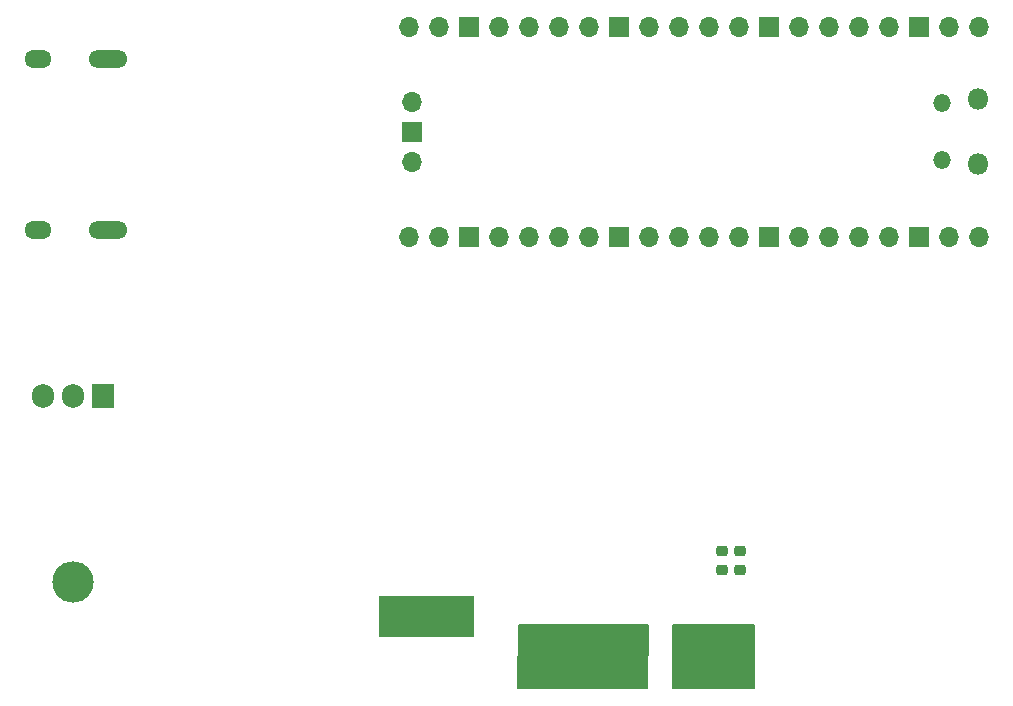
<source format=gbs>
G04 #@! TF.GenerationSoftware,KiCad,Pcbnew,7.0.10-7.0.10~ubuntu22.04.1*
G04 #@! TF.CreationDate,2024-01-14T22:23:25+01:00*
G04 #@! TF.ProjectId,pico-GPU,7069636f-2d47-4505-952e-6b696361645f,rev?*
G04 #@! TF.SameCoordinates,Original*
G04 #@! TF.FileFunction,Soldermask,Bot*
G04 #@! TF.FilePolarity,Negative*
%FSLAX46Y46*%
G04 Gerber Fmt 4.6, Leading zero omitted, Abs format (unit mm)*
G04 Created by KiCad (PCBNEW 7.0.10-7.0.10~ubuntu22.04.1) date 2024-01-14 22:23:25*
%MOMM*%
%LPD*%
G01*
G04 APERTURE LIST*
G04 Aperture macros list*
%AMRoundRect*
0 Rectangle with rounded corners*
0 $1 Rounding radius*
0 $2 $3 $4 $5 $6 $7 $8 $9 X,Y pos of 4 corners*
0 Add a 4 corners polygon primitive as box body*
4,1,4,$2,$3,$4,$5,$6,$7,$8,$9,$2,$3,0*
0 Add four circle primitives for the rounded corners*
1,1,$1+$1,$2,$3*
1,1,$1+$1,$4,$5*
1,1,$1+$1,$6,$7*
1,1,$1+$1,$8,$9*
0 Add four rect primitives between the rounded corners*
20,1,$1+$1,$2,$3,$4,$5,0*
20,1,$1+$1,$4,$5,$6,$7,0*
20,1,$1+$1,$6,$7,$8,$9,0*
20,1,$1+$1,$8,$9,$2,$3,0*%
G04 Aperture macros list end*
%ADD10C,0.200000*%
%ADD11O,3.500000X3.500000*%
%ADD12R,1.905000X2.000000*%
%ADD13O,1.905000X2.000000*%
%ADD14O,3.300000X1.500000*%
%ADD15O,2.300000X1.500000*%
%ADD16O,1.700000X1.700000*%
%ADD17R,1.700000X1.700000*%
%ADD18O,1.800000X1.800000*%
%ADD19O,1.500000X1.500000*%
%ADD20RoundRect,0.218750X-0.256250X0.218750X-0.256250X-0.218750X0.256250X-0.218750X0.256250X0.218750X0*%
%ADD21RoundRect,0.218750X0.256250X-0.218750X0.256250X0.218750X-0.256250X0.218750X-0.256250X-0.218750X0*%
G04 APERTURE END LIST*
D10*
X120527800Y-193921800D02*
X109578200Y-193921800D01*
X109629000Y-188574200D01*
X120578600Y-188574200D01*
X120527800Y-193921800D01*
G36*
X120527800Y-193921800D02*
G01*
X109578200Y-193921800D01*
X109629000Y-188574200D01*
X120578600Y-188574200D01*
X120527800Y-193921800D01*
G37*
G36*
X105825000Y-189625000D02*
G01*
X97825000Y-189625000D01*
X97825000Y-186125000D01*
X105825000Y-186125000D01*
X105825000Y-189625000D01*
G37*
X129519400Y-193921800D02*
X122684600Y-193921800D01*
X122735400Y-188574200D01*
X129570200Y-188574200D01*
X129519400Y-193921800D01*
G36*
X129519400Y-193921800D02*
G01*
X122684600Y-193921800D01*
X122735400Y-188574200D01*
X129570200Y-188574200D01*
X129519400Y-193921800D01*
G37*
D11*
X71915000Y-184985000D03*
D12*
X74455000Y-169185000D03*
D13*
X71915000Y-169185000D03*
X69375000Y-169185000D03*
D14*
X74875000Y-155165000D03*
X74875000Y-140665000D03*
D15*
X68915000Y-155165000D03*
X68915000Y-140665000D03*
D16*
X100615000Y-149360000D03*
D17*
X100615000Y-146820000D03*
D16*
X100615000Y-144280000D03*
X148645000Y-155710000D03*
X146105000Y-155710000D03*
D17*
X143565000Y-155710000D03*
D16*
X141025000Y-155710000D03*
X138485000Y-155710000D03*
X135945000Y-155710000D03*
X133405000Y-155710000D03*
D17*
X130865000Y-155710000D03*
D16*
X128325000Y-155710000D03*
X125785000Y-155710000D03*
X123245000Y-155710000D03*
X120705000Y-155710000D03*
D17*
X118165000Y-155710000D03*
D16*
X115625000Y-155710000D03*
X113085000Y-155710000D03*
X110545000Y-155710000D03*
X108005000Y-155710000D03*
D17*
X105465000Y-155710000D03*
D16*
X102925000Y-155710000D03*
X100385000Y-155710000D03*
X100385000Y-137930000D03*
X102925000Y-137930000D03*
D17*
X105465000Y-137930000D03*
D16*
X108005000Y-137930000D03*
X110545000Y-137930000D03*
X113085000Y-137930000D03*
X115625000Y-137930000D03*
D17*
X118165000Y-137930000D03*
D16*
X120705000Y-137930000D03*
X123245000Y-137930000D03*
X125785000Y-137930000D03*
X128325000Y-137930000D03*
D17*
X130865000Y-137930000D03*
D16*
X133405000Y-137930000D03*
X135945000Y-137930000D03*
X138485000Y-137930000D03*
X141025000Y-137930000D03*
D17*
X143565000Y-137930000D03*
D16*
X146105000Y-137930000D03*
X148645000Y-137930000D03*
D18*
X148515000Y-149545000D03*
D19*
X145485000Y-149245000D03*
X145485000Y-144395000D03*
D18*
X148515000Y-144095000D03*
D20*
X126875000Y-182337500D03*
X126875000Y-183912500D03*
D21*
X128375000Y-183912500D03*
X128375000Y-182337500D03*
M02*

</source>
